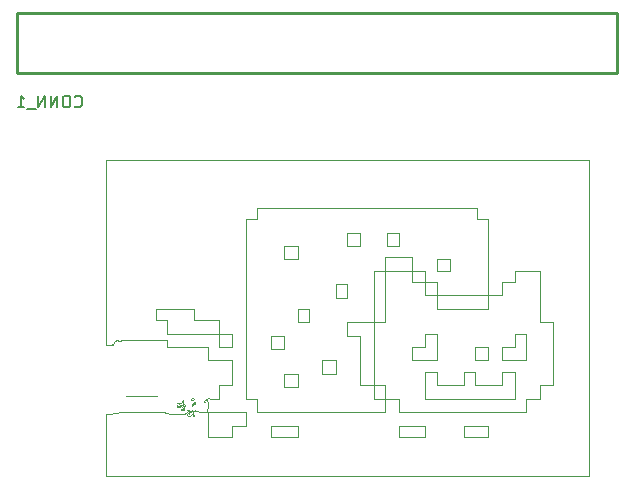
<source format=gbr>
G04 #@! TF.GenerationSoftware,KiCad,Pcbnew,(5.1.2)-2*
G04 #@! TF.CreationDate,2020-02-14T14:24:33-05:00*
G04 #@! TF.ProjectId,rpi-power-supply,7270692d-706f-4776-9572-2d737570706c,rev?*
G04 #@! TF.SameCoordinates,Original*
G04 #@! TF.FileFunction,Legend,Bot*
G04 #@! TF.FilePolarity,Positive*
%FSLAX46Y46*%
G04 Gerber Fmt 4.6, Leading zero omitted, Abs format (unit mm)*
G04 Created by KiCad (PCBNEW (5.1.2)-2) date 2020-02-14 14:24:33*
%MOMM*%
%LPD*%
G04 APERTURE LIST*
%ADD10C,0.052250*%
%ADD11C,0.254000*%
%ADD12C,0.150000*%
G04 APERTURE END LIST*
D10*
X159015000Y-96780000D02*
X158540000Y-96780000D01*
X171460000Y-102670000D02*
X171460000Y-102100000D01*
X154170000Y-101720000D02*
X154170000Y-101150000D01*
X153030000Y-101720000D02*
X153030000Y-102290000D01*
X158540000Y-96780000D02*
X158540000Y-97350000D01*
X174215000Y-100960000D02*
X173740000Y-100960000D01*
X156260000Y-100010000D02*
X156260000Y-99440000D01*
X165000000Y-102670000D02*
X165000000Y-103240000D01*
X165570000Y-102100000D02*
X165000000Y-102100000D01*
X166140000Y-101530000D02*
X166140000Y-102100000D01*
X165000000Y-102100000D02*
X165000000Y-102670000D01*
X170890000Y-102100000D02*
X170320000Y-102100000D01*
X174690000Y-103240000D02*
X174690000Y-102100000D01*
X167090000Y-103240000D02*
X167090000Y-102100000D01*
X154170000Y-101150000D02*
X153600000Y-101150000D01*
X170320000Y-102100000D02*
X170320000Y-102670000D01*
X171460000Y-103240000D02*
X171460000Y-102670000D01*
X166615000Y-100960000D02*
X166140000Y-100960000D01*
X170890000Y-103240000D02*
X171460000Y-103240000D01*
X170320000Y-103240000D02*
X170890000Y-103240000D01*
X153600000Y-101150000D02*
X153030000Y-101150000D01*
X173170000Y-102100000D02*
X172600000Y-102100000D01*
X173645000Y-103240000D02*
X174690000Y-103240000D01*
X173740000Y-100960000D02*
X173740000Y-101530000D01*
X173740000Y-102100000D02*
X173170000Y-102100000D01*
X156260000Y-99440000D02*
X156260000Y-98870000D01*
X165000000Y-103240000D02*
X166045000Y-103240000D01*
X166140000Y-102100000D02*
X165570000Y-102100000D01*
X154170000Y-102290000D02*
X154170000Y-101720000D01*
X155310000Y-100010000D02*
X155785000Y-100010000D01*
X153030000Y-102290000D02*
X153600000Y-102290000D01*
X170320000Y-102670000D02*
X170320000Y-103240000D01*
X167090000Y-100960000D02*
X166615000Y-100960000D01*
X155785000Y-98870000D02*
X155310000Y-98870000D01*
X172600000Y-103240000D02*
X173645000Y-103240000D01*
X174690000Y-102100000D02*
X174690000Y-100960000D01*
X155310000Y-99440000D02*
X155310000Y-100010000D01*
X172600000Y-102670000D02*
X172600000Y-103240000D01*
X174690000Y-100960000D02*
X174215000Y-100960000D01*
X166140000Y-100960000D02*
X166140000Y-101530000D01*
X156260000Y-98870000D02*
X155785000Y-98870000D01*
X153030000Y-101150000D02*
X153030000Y-101720000D01*
X166045000Y-103240000D02*
X167090000Y-103240000D01*
X167090000Y-102100000D02*
X167090000Y-100960000D01*
X155785000Y-100010000D02*
X156260000Y-100010000D01*
X157400000Y-103810000D02*
X157400000Y-104380000D01*
X153600000Y-102290000D02*
X154170000Y-102290000D01*
X171460000Y-102100000D02*
X170890000Y-102100000D01*
X173740000Y-101530000D02*
X173740000Y-102100000D01*
X172600000Y-102100000D02*
X172600000Y-102670000D01*
X155310000Y-98870000D02*
X155310000Y-99440000D01*
X162245000Y-100010000D02*
X162720000Y-100010000D01*
X161770000Y-106470000D02*
X162245000Y-106470000D01*
X160060000Y-101150000D02*
X160630000Y-101150000D01*
X167090000Y-97730000D02*
X167090000Y-98300000D01*
X167090000Y-97730000D02*
X167090000Y-97160000D01*
X162245000Y-105330000D02*
X161770000Y-105330000D01*
X171460000Y-97730000D02*
X169275000Y-97730000D01*
X171460000Y-98300000D02*
X171460000Y-97730000D01*
X161770000Y-102670000D02*
X161770000Y-100010000D01*
X166140000Y-97730000D02*
X166615000Y-97730000D01*
X165570000Y-96590000D02*
X166140000Y-96590000D01*
X165000000Y-96115000D02*
X165000000Y-96590000D01*
X162720000Y-97825000D02*
X162720000Y-95640000D01*
X162720000Y-106470000D02*
X162720000Y-105900000D01*
X162720000Y-94500000D02*
X162720000Y-95070000D01*
X159490000Y-96780000D02*
X159015000Y-96780000D01*
X168230000Y-95640000D02*
X168230000Y-95165000D01*
X166140000Y-96590000D02*
X166140000Y-97160000D01*
X159490000Y-97350000D02*
X159490000Y-96780000D01*
X159490000Y-97920000D02*
X159490000Y-97350000D01*
X159015000Y-97920000D02*
X159490000Y-97920000D01*
X169275000Y-98870000D02*
X171460000Y-98870000D01*
X167660000Y-94690000D02*
X167090000Y-94690000D01*
X161770000Y-105330000D02*
X161770000Y-102670000D01*
X160630000Y-103240000D02*
X160630000Y-105330000D01*
X161200000Y-105330000D02*
X161770000Y-105330000D01*
X167090000Y-95640000D02*
X167660000Y-95640000D01*
X165000000Y-95640000D02*
X165000000Y-96115000D01*
X166140000Y-97160000D02*
X166140000Y-97730000D01*
X162720000Y-105330000D02*
X162245000Y-105330000D01*
X162720000Y-105900000D02*
X162720000Y-105330000D01*
X166140000Y-96115000D02*
X166140000Y-95640000D01*
X165000000Y-94500000D02*
X163860000Y-94500000D01*
X161770000Y-105330000D02*
X161770000Y-105900000D01*
X162720000Y-100010000D02*
X162720000Y-97825000D01*
X160630000Y-105330000D02*
X161200000Y-105330000D01*
X158540000Y-97920000D02*
X159015000Y-97920000D01*
X167090000Y-96590000D02*
X166615000Y-96590000D01*
X168230000Y-94690000D02*
X167660000Y-94690000D01*
X165570000Y-95640000D02*
X165000000Y-95640000D01*
X167090000Y-97160000D02*
X167090000Y-96590000D01*
X161770000Y-100010000D02*
X162245000Y-100010000D01*
X160630000Y-101150000D02*
X160630000Y-103240000D01*
X171460000Y-98870000D02*
X171460000Y-98300000D01*
X167090000Y-98870000D02*
X169275000Y-98870000D01*
X165000000Y-96590000D02*
X165570000Y-96590000D01*
X158540000Y-97350000D02*
X158540000Y-97920000D01*
X167090000Y-94690000D02*
X167090000Y-95165000D01*
X162245000Y-106470000D02*
X162720000Y-106470000D01*
X166615000Y-97730000D02*
X167090000Y-97730000D01*
X166140000Y-95640000D02*
X165570000Y-95640000D01*
X162720000Y-95640000D02*
X163860000Y-95640000D01*
X167660000Y-95640000D02*
X168230000Y-95640000D01*
X161770000Y-105900000D02*
X161770000Y-106470000D01*
X163860000Y-95640000D02*
X165000000Y-95640000D01*
X166615000Y-96590000D02*
X166140000Y-96590000D01*
X168230000Y-95165000D02*
X168230000Y-94690000D01*
X167090000Y-95165000D02*
X167090000Y-95640000D01*
X163860000Y-94500000D02*
X162720000Y-94500000D01*
X165000000Y-95070000D02*
X165000000Y-94500000D01*
X165000000Y-95640000D02*
X165000000Y-95070000D01*
X166140000Y-96590000D02*
X166140000Y-96115000D01*
X169275000Y-97730000D02*
X167090000Y-97730000D01*
X167090000Y-98300000D02*
X167090000Y-98870000D01*
X159490000Y-100580000D02*
X159490000Y-101150000D01*
X160060000Y-92410000D02*
X159490000Y-92410000D01*
X159490000Y-100010000D02*
X159490000Y-100580000D01*
X160630000Y-100010000D02*
X159490000Y-100010000D01*
X161770000Y-100010000D02*
X160630000Y-100010000D01*
X154740000Y-93550000D02*
X154170000Y-93550000D01*
X146480844Y-107009283D02*
G75*
G02X146498255Y-106982364I53716J-15653D01*
G01*
X162910000Y-92980000D02*
X162910000Y-93550000D01*
X160060000Y-93550000D02*
X160630000Y-93550000D01*
X146633333Y-106893322D02*
G75*
G02X146627602Y-106942790I-216373J0D01*
G01*
X145644783Y-106669683D02*
G75*
G02X145670125Y-106660000I25342J-28321D01*
G01*
X146431592Y-106959709D02*
G75*
G02X146473094Y-106899796I364575J-208214D01*
G01*
X146627602Y-106942789D02*
G75*
G02X146610078Y-106976638I-75863J17815D01*
G01*
X146608822Y-106764798D02*
G75*
G02X146629637Y-106783484I810J-20034D01*
G01*
X146475000Y-107050228D02*
G75*
G02X146480844Y-107009283I146350J1D01*
G01*
X145685543Y-106669352D02*
G75*
G02X145689873Y-106692140I-35637J-18576D01*
G01*
X146584164Y-106989766D02*
G75*
G02X146554166Y-106982715I-4456J48379D01*
G01*
X154740000Y-94690000D02*
X155310000Y-94690000D01*
X163385000Y-93550000D02*
X163860000Y-93550000D01*
X146498254Y-106982364D02*
G75*
G02X146524079Y-106973469I24231J-28413D01*
G01*
X145646058Y-106820906D02*
G75*
G02X145658592Y-106769412I85331J6503D01*
G01*
X154170000Y-94690000D02*
X154740000Y-94690000D01*
X146406154Y-107019988D02*
G75*
G02X146431592Y-106959709I263560J-75716D01*
G01*
X154170000Y-94120000D02*
X154170000Y-94690000D01*
X160630000Y-92980000D02*
X160630000Y-92410000D01*
X155310000Y-94690000D02*
X155310000Y-94120000D01*
X163860000Y-92980000D02*
X163860000Y-92410000D01*
X159490000Y-92410000D02*
X159490000Y-92980000D01*
X160630000Y-92410000D02*
X160060000Y-92410000D01*
X146574170Y-106781346D02*
X146473094Y-106899796D01*
X146474999Y-107050227D02*
G75*
G02X146470747Y-107090727I-194994J0D01*
G01*
X145662292Y-106884310D02*
G75*
G02X145646059Y-106820905I171629J77721D01*
G01*
X163860000Y-92410000D02*
X163385000Y-92410000D01*
X145670124Y-106660001D02*
G75*
G02X145685544Y-106669351I1J-17388D01*
G01*
X155310000Y-94120000D02*
X155310000Y-93550000D01*
X161770000Y-97825000D02*
X161770000Y-100010000D01*
X161770000Y-95640000D02*
X161770000Y-97825000D01*
X162910000Y-93550000D02*
X163385000Y-93550000D01*
X162720000Y-95070000D02*
X162720000Y-95640000D01*
X163385000Y-92410000D02*
X162910000Y-92410000D01*
X146399445Y-107071610D02*
G75*
G02X146406154Y-107019988I173550J3691D01*
G01*
X145558267Y-106805331D02*
G75*
G02X145583734Y-106749694I454760J-174508D01*
G01*
X145614130Y-106702692D02*
G75*
G02X145644783Y-106669683I193350J-148815D01*
G01*
X162245000Y-95640000D02*
X161770000Y-95640000D01*
X146524080Y-106973470D02*
G75*
G02X146554166Y-106982715I-2660J-62229D01*
G01*
X154170000Y-93550000D02*
X154170000Y-94120000D01*
X155310000Y-93550000D02*
X154740000Y-93550000D01*
X163860000Y-93550000D02*
X163860000Y-92980000D01*
X146610077Y-106976638D02*
G75*
G02X146584164Y-106989766I-29531J26152D01*
G01*
X146457070Y-107114534D02*
G75*
G02X146437113Y-107119217I-14199J15644D01*
G01*
X145680570Y-106727416D02*
G75*
G02X145658592Y-106769412I-304415J132560D01*
G01*
X160630000Y-93550000D02*
X160630000Y-92980000D01*
X159490000Y-92980000D02*
X159490000Y-93550000D01*
X146470748Y-107090727D02*
G75*
G02X146457070Y-107114533I-43710J9281D01*
G01*
X145689873Y-106692140D02*
G75*
G02X145680570Y-106727416I-119152J12559D01*
G01*
X162720000Y-95640000D02*
X162245000Y-95640000D01*
X162910000Y-92410000D02*
X162910000Y-92980000D01*
X146413962Y-107105629D02*
G75*
G02X146399445Y-107071610I35074J35073D01*
G01*
X146437114Y-107119217D02*
G75*
G02X146413962Y-107105630I14518J51258D01*
G01*
X159490000Y-93550000D02*
X160060000Y-93550000D01*
X146633333Y-106893322D02*
X146629637Y-106783484D01*
X145583734Y-106749695D02*
G75*
G02X145614130Y-106702692I301404J-161583D01*
G01*
X146574170Y-106781346D02*
G75*
G02X146608822Y-106764797I36619J-32124D01*
G01*
X159490000Y-101150000D02*
X160060000Y-101150000D01*
X145704172Y-106949793D02*
G75*
G02X145662292Y-106884310I205192J177368D01*
G01*
X145776061Y-107148682D02*
G75*
G02X145821755Y-107135000I45694J-69463D01*
G01*
X145766143Y-107006913D02*
G75*
G02X145704173Y-106949793I219974J300832D01*
G01*
X145762500Y-107325001D02*
G75*
G02X145779781Y-107402070I-434470J-137895D01*
G01*
X145680597Y-107506123D02*
G75*
G02X145660398Y-107482352I20333J37745D01*
G01*
X145659126Y-107446375D02*
G75*
G02X145677477Y-107403856I153624J-41084D01*
G01*
X145457524Y-107401687D02*
G75*
G02X145442288Y-107392409I-3825J10868D01*
G01*
X145698031Y-107357725D02*
G75*
G02X145677477Y-107403856I-180842J52933D01*
G01*
X145442287Y-107392410D02*
G75*
G02X145449912Y-107367027I31463J4386D01*
G01*
X145511594Y-107068582D02*
G75*
G02X145568734Y-107020799I227710J-214246D01*
G01*
X145249281Y-107271653D02*
G75*
G02X145174092Y-107220838I9734J95438D01*
G01*
X146342286Y-106549167D02*
G75*
G02X146367621Y-106518880I117819J-72817D01*
G01*
X146403100Y-106493256D02*
G75*
G02X146442787Y-106475849I101260J-176924D01*
G01*
X145520856Y-106863959D02*
G75*
G02X145465093Y-106899627I-103318J100100D01*
G01*
X145558268Y-106805331D02*
G75*
G02X145520856Y-106863958I-162146J62220D01*
G01*
X145146455Y-107105644D02*
G75*
G02X145151867Y-107063093I189078J-2431D01*
G01*
X145649175Y-107333720D02*
G75*
G02X145687320Y-107335643I16288J-56207D01*
G01*
X145299999Y-106895795D02*
X145173474Y-106862177D01*
X145766143Y-107006913D02*
G75*
G02X145828402Y-107057920I-431938J-590711D01*
G01*
X145457524Y-107401686D02*
X145569660Y-107360445D01*
X145229579Y-107121393D02*
X145192320Y-107067874D01*
X145828402Y-107057920D02*
G75*
G02X145857348Y-107098509I-80797J-88236D01*
G01*
X145568734Y-107020799D02*
G75*
G02X145618353Y-106999493I86321J-132606D01*
G01*
X145161754Y-106880329D02*
X145265748Y-106946303D01*
X145744161Y-107243883D02*
G75*
G02X145749068Y-107184514I135301J18703D01*
G01*
X145857348Y-107098509D02*
G75*
G02X145851904Y-107123455I-20029J-8696D01*
G01*
X145851903Y-107123454D02*
G75*
G02X145821755Y-107135000I-30148J33589D01*
G01*
X145383141Y-107105019D02*
G75*
G02X145372623Y-107150982I-72659J-7558D01*
G01*
X145749068Y-107184514D02*
G75*
G02X145776061Y-107148682I63615J-19840D01*
G01*
X145753890Y-107500352D02*
G75*
G02X145715795Y-107515000I-38095J42213D01*
G01*
X145554283Y-107250129D02*
X145449912Y-107367027D01*
X145268677Y-107171240D02*
G75*
G02X145229579Y-107121393I227983J219078D01*
G01*
X145174092Y-107220838D02*
G75*
G02X145146454Y-107105644I213333J112096D01*
G01*
X145366544Y-107049895D02*
G75*
G02X145383140Y-107105019I-135962J-70993D01*
G01*
X145465093Y-106899627D02*
G75*
G02X145390957Y-106910285I-64173J183209D01*
G01*
X146367621Y-106518880D02*
G75*
G02X146403100Y-106493256I138543J-154452D01*
G01*
X145762500Y-107325000D02*
G75*
G02X145744160Y-107243883I466927J148196D01*
G01*
X145779781Y-107402070D02*
G75*
G02X145776541Y-107462465I-160837J-21656D01*
G01*
X145776541Y-107462465D02*
G75*
G02X145753891Y-107500352I-73046J17956D01*
G01*
X145618353Y-106999492D02*
G75*
G02X145652478Y-107009145I8429J-35349D01*
G01*
X145455771Y-107137194D02*
G75*
G02X145511594Y-107068581I503798J-352875D01*
G01*
X146480606Y-106470000D02*
G75*
G02X146514739Y-106476006I0J-99996D01*
G01*
X145353303Y-107242859D02*
G75*
G02X145249280Y-107271653I-88945J119031D01*
G01*
X145161755Y-106880331D02*
G75*
G02X145159143Y-106867572I4917J7654D01*
G01*
X145569660Y-107360445D02*
X145649174Y-107333720D01*
X145687320Y-107335642D02*
G75*
G02X145698032Y-107357726I-6825J-16951D01*
G01*
X145306055Y-107191885D02*
G75*
G02X145268677Y-107171240I14603J70595D01*
G01*
X145649594Y-107105895D02*
G75*
G02X145611393Y-107177345I-361170J147166D01*
G01*
X145167889Y-107052785D02*
G75*
G02X145192320Y-107067874I-7468J-39416D01*
G01*
X145340906Y-107184650D02*
G75*
G02X145306055Y-107191885I-25779J36624D01*
G01*
X146514740Y-106476007D02*
G75*
G02X146543740Y-106493256I-30778J-84749D01*
G01*
X145265747Y-106946302D02*
G75*
G02X145325545Y-106993979I-179134J-286017D01*
G01*
X145611393Y-107177345D02*
G75*
G02X145554283Y-107250129I-545702J369384D01*
G01*
X145151866Y-107063093D02*
G75*
G02X145167889Y-107052785I13446J-3293D01*
G01*
X145390957Y-106910285D02*
G75*
G02X145299999Y-106895795I22209J432159D01*
G01*
X145715795Y-107515001D02*
G75*
G02X145680596Y-107506123I0J74216D01*
G01*
X145159144Y-106867572D02*
G75*
G02X145173474Y-106862177I10985J-7449D01*
G01*
X145652478Y-107009145D02*
G75*
G02X145665168Y-107045961I-31428J-31429D01*
G01*
X145665168Y-107045962D02*
G75*
G02X145649594Y-107105896I-232274J28366D01*
G01*
X145660398Y-107482352D02*
G75*
G02X145659126Y-107446375I58211J20069D01*
G01*
X145455770Y-107137195D02*
G75*
G02X145353303Y-107242859I-380656J266623D01*
G01*
X145372623Y-107150982D02*
G75*
G02X145340907Y-107184651I-98080J60617D01*
G01*
X145325545Y-106993980D02*
G75*
G02X145366544Y-107049895I-162662J-162258D01*
G01*
X146442786Y-106475848D02*
G75*
G02X146480606Y-106470000I37820J-119363D01*
G01*
X169370000Y-109700000D02*
X169370000Y-109225000D01*
X165000000Y-109700000D02*
X163860000Y-109700000D01*
X153030000Y-109700000D02*
X153030000Y-109225000D01*
X142105000Y-106226083D02*
X141270375Y-106227864D01*
X146348362Y-106605078D02*
G75*
G02X146335234Y-106579165I26152J29531D01*
G01*
X166140000Y-108750000D02*
X166140000Y-109225000D01*
X143406945Y-106234861D02*
X142939624Y-106227864D01*
X142738972Y-106265282D02*
X143268750Y-106255966D01*
X171460000Y-109700000D02*
X170415000Y-109700000D01*
X141471027Y-106265282D02*
X142105000Y-106268292D01*
X169370000Y-108750000D02*
X170415000Y-108750000D01*
X150940000Y-107610000D02*
X150940000Y-108180000D01*
X163860000Y-109225000D02*
X163860000Y-108750000D01*
X155310000Y-109225000D02*
X155310000Y-109700000D01*
X146570000Y-106549167D02*
G75*
G02X146559403Y-106579372I-48347J0D01*
G01*
X140941250Y-106255966D02*
G75*
G02X140802517Y-106245113I34102J1328053D01*
G01*
X155310000Y-109700000D02*
X154170000Y-109700000D01*
X143407483Y-106245113D02*
G75*
G02X143268750Y-106255966I-172836J1317200D01*
G01*
X154170000Y-109700000D02*
X153030000Y-109700000D01*
X171460000Y-109225000D02*
X171460000Y-109700000D01*
X149800000Y-108750000D02*
X149800000Y-109225000D01*
X146570000Y-98870000D02*
X146570000Y-99345000D01*
X144955000Y-98870000D02*
X146570000Y-98870000D01*
X153030000Y-108750000D02*
X154170000Y-108750000D01*
X143340000Y-98870000D02*
X144955000Y-98870000D01*
X155310000Y-108750000D02*
X155310000Y-109225000D01*
X143406946Y-106234861D02*
G75*
G02X143407482Y-106245113I-133J-5147D01*
G01*
X140941250Y-106255966D02*
X141471027Y-106265282D01*
X169370000Y-109225000D02*
X169370000Y-108750000D01*
X165000000Y-108750000D02*
X166140000Y-108750000D01*
X163860000Y-108750000D02*
X165000000Y-108750000D01*
X166140000Y-109225000D02*
X166140000Y-109700000D01*
X143815000Y-99820000D02*
X143340000Y-99820000D01*
X150940000Y-108180000D02*
X150940000Y-108750000D01*
X150940000Y-108750000D02*
X150370000Y-108750000D01*
X154170000Y-108750000D02*
X155310000Y-108750000D01*
X146559403Y-106579372D02*
G75*
G02X146529368Y-106605079I-82553J66054D01*
G01*
X146529368Y-106605078D02*
G75*
G02X146484591Y-106622465I-80121J139988D01*
G01*
X146335234Y-106579165D02*
G75*
G02X146342285Y-106549167I48379J4456D01*
G01*
X170415000Y-109700000D02*
X169370000Y-109700000D01*
X149800000Y-109700000D02*
X148755000Y-109700000D01*
X143340000Y-99820000D02*
X143340000Y-99345000D01*
X153030000Y-109225000D02*
X153030000Y-108750000D01*
X140802516Y-106245113D02*
G75*
G02X140803054Y-106234861I670J5105D01*
G01*
X142105000Y-106268292D02*
X142738972Y-106265282D01*
X163860000Y-109700000D02*
X163860000Y-109225000D01*
X147710000Y-109700000D02*
X147710000Y-108655000D01*
X149325000Y-107610000D02*
X150940000Y-107610000D01*
X147710000Y-108655000D02*
X147710000Y-107610000D01*
X142939624Y-106227864D02*
X142105000Y-106226083D01*
X170415000Y-108750000D02*
X171460000Y-108750000D01*
X166140000Y-109700000D02*
X165000000Y-109700000D01*
X150370000Y-108750000D02*
X149800000Y-108750000D01*
X149800000Y-109225000D02*
X149800000Y-109700000D01*
X171460000Y-108750000D02*
X171460000Y-109225000D01*
X147710000Y-107610000D02*
X149325000Y-107610000D01*
X148755000Y-109700000D02*
X147710000Y-109700000D01*
X143340000Y-99345000D02*
X143340000Y-98870000D01*
X146543740Y-106493256D02*
G75*
G02X146563139Y-106518967I-53842J-60797D01*
G01*
X146563140Y-106518967D02*
G75*
G02X146570000Y-106549167I-63043J-30200D01*
G01*
X146484590Y-106622465D02*
G75*
G02X146431678Y-106628334I-52912J235601D01*
G01*
X146431678Y-106628334D02*
G75*
G02X146382210Y-106622603I0J216373D01*
G01*
X146382211Y-106622603D02*
G75*
G02X146348362Y-106605079I17815J75863D01*
G01*
X141270375Y-106227864D02*
X140803054Y-106234861D01*
X151890000Y-107040000D02*
X151890000Y-106470000D01*
X148660000Y-101530000D02*
X148660000Y-100960000D01*
X149230000Y-102100000D02*
X148660000Y-102100000D01*
X149800000Y-102100000D02*
X149230000Y-102100000D01*
X162720000Y-107610000D02*
X157305000Y-107610000D01*
X175830000Y-97825000D02*
X175830000Y-100010000D01*
X146570000Y-99345000D02*
X146570000Y-99820000D01*
X173170000Y-96590000D02*
X173740000Y-96590000D01*
X162720000Y-106470000D02*
X162720000Y-107040000D01*
X172600000Y-97160000D02*
X172600000Y-96590000D01*
X157305000Y-107610000D02*
X151890000Y-107610000D01*
X149800000Y-101530000D02*
X149800000Y-102100000D01*
X173740000Y-95640000D02*
X174785000Y-95640000D01*
X169275000Y-107610000D02*
X163860000Y-107610000D01*
X174785000Y-95640000D02*
X175830000Y-95640000D01*
X149800000Y-100960000D02*
X149800000Y-101530000D01*
X150940000Y-91270000D02*
X151415000Y-91270000D01*
X149230000Y-100960000D02*
X149800000Y-100960000D01*
X148660000Y-100960000D02*
X149230000Y-100960000D01*
X170510000Y-90320000D02*
X170510000Y-90795000D01*
X173740000Y-96115000D02*
X173740000Y-95640000D01*
X146570000Y-99820000D02*
X147615000Y-99820000D01*
X151415000Y-91270000D02*
X151890000Y-91270000D01*
X174690000Y-106470000D02*
X174690000Y-107040000D01*
X162720000Y-107040000D02*
X162720000Y-107610000D01*
X175830000Y-100010000D02*
X176400000Y-100010000D01*
X172600000Y-97730000D02*
X172600000Y-97160000D01*
X175830000Y-105330000D02*
X175830000Y-105900000D01*
X172600000Y-96590000D02*
X173170000Y-96590000D01*
X174690000Y-107040000D02*
X174690000Y-107610000D01*
X175830000Y-105900000D02*
X175830000Y-106470000D01*
X176970000Y-100010000D02*
X176970000Y-102670000D01*
X176970000Y-105330000D02*
X176400000Y-105330000D01*
X176400000Y-105330000D02*
X175830000Y-105330000D01*
X150940000Y-98870000D02*
X150940000Y-91270000D01*
X148660000Y-99820000D02*
X148660000Y-100390000D01*
X163290000Y-106470000D02*
X162720000Y-106470000D01*
X150940000Y-106470000D02*
X150940000Y-98870000D01*
X151890000Y-107610000D02*
X151890000Y-107040000D01*
X163860000Y-106470000D02*
X163290000Y-106470000D01*
X163860000Y-107610000D02*
X163860000Y-107040000D01*
X174690000Y-107610000D02*
X169275000Y-107610000D01*
X176970000Y-102670000D02*
X176970000Y-105330000D01*
X176400000Y-100010000D02*
X176970000Y-100010000D01*
X175260000Y-106470000D02*
X174690000Y-106470000D01*
X172030000Y-97730000D02*
X172600000Y-97730000D01*
X148660000Y-100390000D02*
X148660000Y-100960000D01*
X151415000Y-106470000D02*
X150940000Y-106470000D01*
X144290000Y-100390000D02*
X144290000Y-99820000D01*
X163860000Y-107040000D02*
X163860000Y-106470000D01*
X175830000Y-95640000D02*
X175830000Y-97825000D01*
X148660000Y-102100000D02*
X148660000Y-101530000D01*
X147615000Y-99820000D02*
X148660000Y-99820000D01*
X151890000Y-106470000D02*
X151415000Y-106470000D01*
X175830000Y-106470000D02*
X175260000Y-106470000D01*
X151890000Y-90320000D02*
X161200000Y-90320000D01*
X161200000Y-90320000D02*
X170510000Y-90320000D01*
X144290000Y-99820000D02*
X143815000Y-99820000D01*
X151890000Y-90795000D02*
X151890000Y-90320000D01*
X173740000Y-96590000D02*
X173740000Y-96115000D01*
X144290000Y-100960000D02*
X144290000Y-100390000D01*
X146475000Y-100960000D02*
X144290000Y-100960000D01*
X148660000Y-100960000D02*
X146475000Y-100960000D01*
X151890000Y-91270000D02*
X151890000Y-90795000D01*
X146430245Y-107479979D02*
G75*
G02X146438859Y-107479212I4588J-2775D01*
G01*
X146035392Y-107760188D02*
G75*
G02X146077976Y-107753756I34241J-82518D01*
G01*
X146033725Y-107447870D02*
G75*
G02X146083420Y-107464790I-60849J-260144D01*
G01*
X146126489Y-107664370D02*
G75*
G02X146135411Y-107633869I29514J7922D01*
G01*
X140418750Y-107634740D02*
X139866774Y-107660942D01*
X146022925Y-107469642D02*
G75*
G02X146020548Y-107454194I10132J9466D01*
G01*
X146158586Y-107501373D02*
X146083420Y-107464790D01*
X146378018Y-107546296D02*
G75*
G02X146325031Y-107557384I-48430J99287D01*
G01*
X146366826Y-107613078D02*
G75*
G02X146307258Y-107629808I-79094J167196D01*
G01*
X146171802Y-107620258D02*
G75*
G02X146241860Y-107627397I-10682J-452172D01*
G01*
X146438859Y-107479211D02*
G75*
G02X146442688Y-107492616I-12205J-10736D01*
G01*
X146022758Y-107618145D02*
G75*
G02X145987543Y-107672510I-247023J121420D01*
G01*
X146325031Y-107557385D02*
G75*
G02X146252090Y-107542769I9846J238457D01*
G01*
X146135410Y-107633869D02*
G75*
G02X146171802Y-107620258I35160J-38550D01*
G01*
X142105000Y-107610000D02*
X141128680Y-107615763D01*
X143791250Y-107634740D02*
X143081319Y-107615763D01*
X144479624Y-107801803D02*
G75*
G02X144385000Y-107705000I2203J96802D01*
G01*
X145972891Y-107828616D02*
G75*
G02X145998437Y-107786546I128835J-49439D01*
G01*
X171460000Y-91270000D02*
X171460000Y-94500000D01*
X146307258Y-107629809D02*
G75*
G02X146241860Y-107627397I-24303J228920D01*
G01*
X159537500Y-86235000D02*
X139065000Y-86235000D01*
X139801150Y-107741777D02*
G75*
G02X139713375Y-107772094I-216517J484648D01*
G01*
X145998437Y-107786546D02*
G75*
G02X146035391Y-107760188I75734J-67096D01*
G01*
X159537500Y-113025000D02*
X180010000Y-113025000D01*
X139065000Y-110412500D02*
X139065000Y-113025000D01*
X139825000Y-107705001D02*
G75*
G02X139866774Y-107660942I44121J0D01*
G01*
X146041582Y-107560327D02*
G75*
G02X146022758Y-107618144I-211495J36887D01*
G01*
X143081319Y-107615763D02*
X142105000Y-107610000D01*
X146430244Y-107479978D02*
X146412711Y-107511866D01*
X170985000Y-91270000D02*
X171460000Y-91270000D01*
X146020549Y-107454194D02*
G75*
G02X146033725Y-107447870I10520J-5031D01*
G01*
X170510000Y-91270000D02*
X170985000Y-91270000D01*
X139065000Y-86235000D02*
X139065000Y-94072500D01*
X180010000Y-86235000D02*
X159537500Y-86235000D01*
X139065000Y-113025000D02*
X159537500Y-113025000D01*
X139445000Y-107800000D02*
X139065000Y-107800000D01*
X146434269Y-107536375D02*
G75*
G02X146411430Y-107580270I-92439J20208D01*
G01*
X146172697Y-107758897D02*
G75*
G02X146172436Y-107780732I-21968J-10657D01*
G01*
X146252090Y-107542768D02*
G75*
G02X146158586Y-107501373I283821J767398D01*
G01*
X145987543Y-107672510D02*
G75*
G02X145793357Y-107772384I-214216J177784D01*
G01*
X145138622Y-107802617D02*
X144479625Y-107801803D01*
X146022925Y-107469642D02*
G75*
G02X146041832Y-107508064I-53959J-50415D01*
G01*
X146412711Y-107511867D02*
G75*
G02X146378018Y-107546297I-67972J33797D01*
G01*
X139590630Y-107793123D02*
G75*
G02X139445000Y-107800000I-145631J1538520D01*
G01*
X139065000Y-107800000D02*
X139065000Y-110412500D01*
X139825000Y-107705000D02*
G75*
G02X139801149Y-107741778I-40281J0D01*
G01*
X144343224Y-107660941D02*
G75*
G02X144385000Y-107705000I-2346J-44060D01*
G01*
X145793357Y-107772384D02*
X145138622Y-107802617D01*
X146156816Y-107786539D02*
G75*
G02X146119632Y-107767724I91640J227256D01*
G01*
X146147645Y-107713325D02*
G75*
G02X146126489Y-107664370I156266J96578D01*
G01*
X146041831Y-107508064D02*
G75*
G02X146041582Y-107560327I-154298J-25395D01*
G01*
X146077975Y-107753756D02*
G75*
G02X146119632Y-107767724I-8996J-95928D01*
G01*
X146172435Y-107780731D02*
G75*
G02X146156816Y-107786539I-10994J5661D01*
G01*
X171460000Y-97730000D02*
X172030000Y-97730000D01*
X171460000Y-94500000D02*
X171460000Y-97730000D01*
X144343225Y-107660942D02*
X143791250Y-107634740D01*
X170510000Y-90795000D02*
X170510000Y-91270000D01*
X141128680Y-107615763D02*
X140418750Y-107634740D01*
X180010000Y-99630000D02*
X180010000Y-86235000D01*
X146434269Y-107536375D02*
X146442688Y-107492616D01*
X146147644Y-107713325D02*
G75*
G02X146172696Y-107758897I-434287J-268405D01*
G01*
X180010000Y-113025000D02*
X180010000Y-99630000D01*
X139713374Y-107772094D02*
G75*
G02X139590629Y-107793123I-200740J802960D01*
G01*
X146411430Y-107580270D02*
G75*
G02X146366826Y-107613077I-106548J98134D01*
G01*
X148660000Y-106470000D02*
X148149132Y-106470000D01*
X146410938Y-107838037D02*
G75*
G02X146450672Y-107858769I-15438J-78027D01*
G01*
X146342503Y-107878812D02*
G75*
G02X146247728Y-107951566I-143293J88559D01*
G01*
X146374709Y-107845329D02*
G75*
G02X146410938Y-107838036I26886J-39932D01*
G01*
X149230000Y-105330000D02*
X148660000Y-105330000D01*
X139065000Y-101910000D02*
X139445000Y-101910000D01*
X146450673Y-107858768D02*
G75*
G02X146493098Y-107908608I-229514J-238348D01*
G01*
X146535608Y-107965866D02*
X146493098Y-107908608D01*
X149800000Y-104285000D02*
X149800000Y-105330000D01*
X147707052Y-106723795D02*
X147691777Y-107047531D01*
X148660000Y-105330000D02*
X148660000Y-105900000D01*
X146550410Y-107964997D02*
G75*
G02X146535608Y-107965866I-7706J4766D01*
G01*
X146554449Y-107939971D02*
G75*
G02X146550410Y-107964997I-32125J-7655D01*
G01*
X147710000Y-102100000D02*
X147710000Y-102670000D01*
X146530891Y-107847501D02*
G75*
G02X146517884Y-107764291I370538J100542D01*
G01*
X146615285Y-107450398D02*
X146570714Y-107515000D01*
X147507882Y-106636250D02*
X147423656Y-106744350D01*
X146615285Y-107450398D02*
G75*
G02X146641383Y-107433803I34652J-25676D01*
G01*
X146778853Y-107585032D02*
G75*
G02X146694183Y-107551388I44883J236324D01*
G01*
X146694182Y-107551388D02*
G75*
G02X146663545Y-107496215I35766J55954D01*
G01*
X147691530Y-106628000D02*
G75*
G02X147707052Y-106723795I-230803J-86551D01*
G01*
X146641384Y-107433802D02*
G75*
G02X146658247Y-107445052I2835J-14014D01*
G01*
X147691777Y-107047531D02*
X147662500Y-107562500D01*
X144290000Y-101815000D02*
X144290000Y-102100000D01*
X149800000Y-105330000D02*
X149230000Y-105330000D01*
X139445000Y-101910000D02*
X139649329Y-101902893D01*
X146658247Y-107445052D02*
G75*
G02X146663545Y-107496215I-276397J-54476D01*
G01*
X147425084Y-106755064D02*
G75*
G02X147423656Y-106744350I4581J6063D01*
G01*
X140127812Y-101555772D02*
X140618813Y-101533663D01*
X144290000Y-102100000D02*
X146000000Y-102100000D01*
X140618813Y-101533663D02*
X142057500Y-101530000D01*
X139806400Y-101817051D02*
G75*
G02X139753750Y-101874375I-101508J40391D01*
G01*
X139825000Y-101720000D02*
G75*
G02X139900031Y-101609465I118935J0D01*
G01*
X139900031Y-101609465D02*
G75*
G02X140127812Y-101555772I295713J-744497D01*
G01*
X147507882Y-106636250D02*
G75*
G02X147597962Y-106558675I241648J-189515D01*
G01*
X146521322Y-107671454D02*
G75*
G02X146539455Y-107583409I532482J-63773D01*
G01*
X149800000Y-103240000D02*
X149800000Y-104285000D01*
X147163750Y-107591215D02*
X146927433Y-107598627D01*
X147597962Y-106558676D02*
G75*
G02X147724180Y-106507541I256795J-452516D01*
G01*
X148660000Y-105900000D02*
X148660000Y-106470000D01*
X148755000Y-103240000D02*
X149800000Y-103240000D01*
X146000000Y-102100000D02*
X147710000Y-102100000D01*
X139825000Y-101720000D02*
G75*
G02X139806400Y-101817051I-262503J0D01*
G01*
X139753750Y-101874376D02*
G75*
G02X139649329Y-101902893I-123631J247261D01*
G01*
X147710000Y-102670000D02*
X147710000Y-103240000D01*
X144290000Y-101530000D02*
X144290000Y-101815000D01*
X146927433Y-107598627D02*
G75*
G02X146778853Y-107585032I-4026J774720D01*
G01*
X147724180Y-106507541D02*
G75*
G02X147900476Y-106478736I244732J-943962D01*
G01*
X146530891Y-107847500D02*
X146554448Y-107939971D01*
X147710000Y-103240000D02*
X148755000Y-103240000D01*
X139065000Y-94072500D02*
X139065000Y-101910000D01*
X146539456Y-107583408D02*
G75*
G02X146570714Y-107515000I255589J-75443D01*
G01*
X147662500Y-107562500D02*
X147163750Y-107591215D01*
X148149132Y-106470000D02*
X147900476Y-106478736D01*
X142057500Y-101530000D02*
X144290000Y-101530000D01*
X147549276Y-106667531D02*
G75*
G02X147646133Y-106609036I285656J-363557D01*
G01*
X147646133Y-106609036D02*
G75*
G02X147691531Y-106628000I13786J-30818D01*
G01*
X146342504Y-107878813D02*
G75*
G02X146374708Y-107845328I93766J-57950D01*
G01*
X147437317Y-106754984D02*
X147549277Y-106667531D01*
X146517885Y-107764291D02*
G75*
G02X146521323Y-107671454I565301J25545D01*
G01*
X145994119Y-107913602D02*
G75*
G02X145972892Y-107828616I50034J57641D01*
G01*
X146103174Y-107962951D02*
G75*
G02X145994118Y-107913603I28172J207439D01*
G01*
X146247728Y-107951567D02*
G75*
G02X146103174Y-107962950I-98521J327569D01*
G01*
X147437317Y-106754983D02*
G75*
G02X147425084Y-106755064I-6169J7944D01*
G01*
X173170000Y-104190000D02*
X172600000Y-104190000D01*
X155310000Y-105520000D02*
X155310000Y-104950000D01*
X167090000Y-104190000D02*
X166615000Y-104190000D01*
X167090000Y-105330000D02*
X167090000Y-104760000D01*
X169370000Y-104190000D02*
X169370000Y-104760000D01*
X154170000Y-104950000D02*
X154170000Y-105520000D01*
X172600000Y-104190000D02*
X172600000Y-104760000D01*
X154170000Y-105520000D02*
X154740000Y-105520000D01*
X158540000Y-104380000D02*
X158540000Y-103810000D01*
X170320000Y-105330000D02*
X170320000Y-104760000D01*
X157400000Y-103240000D02*
X157400000Y-103810000D01*
X166140000Y-104190000D02*
X166140000Y-105330000D01*
X172600000Y-105330000D02*
X171460000Y-105330000D01*
X157970000Y-103240000D02*
X157400000Y-103240000D01*
X173740000Y-104190000D02*
X173170000Y-104190000D01*
X155310000Y-104950000D02*
X155310000Y-104380000D01*
X168230000Y-105330000D02*
X167090000Y-105330000D01*
X173740000Y-106470000D02*
X173740000Y-105330000D01*
X167090000Y-104760000D02*
X167090000Y-104190000D01*
X158540000Y-103810000D02*
X158540000Y-103240000D01*
X154740000Y-104380000D02*
X154170000Y-104380000D01*
X154170000Y-104380000D02*
X154170000Y-104950000D01*
X170320000Y-104190000D02*
X169845000Y-104190000D01*
X155310000Y-104380000D02*
X154740000Y-104380000D01*
X169845000Y-104190000D02*
X169370000Y-104190000D01*
X169370000Y-105330000D02*
X168230000Y-105330000D01*
X171460000Y-105330000D02*
X170320000Y-105330000D01*
X166140000Y-106470000D02*
X169940000Y-106470000D01*
X173740000Y-105330000D02*
X173740000Y-104190000D01*
X172600000Y-104760000D02*
X172600000Y-105330000D01*
X166140000Y-105330000D02*
X166140000Y-106470000D01*
X169940000Y-106470000D02*
X173740000Y-106470000D01*
X157400000Y-104380000D02*
X157970000Y-104380000D01*
X170320000Y-104760000D02*
X170320000Y-104190000D01*
X158540000Y-103240000D02*
X157970000Y-103240000D01*
X154740000Y-105520000D02*
X155310000Y-105520000D01*
X157970000Y-104380000D02*
X158540000Y-104380000D01*
X166615000Y-104190000D02*
X166140000Y-104190000D01*
X169370000Y-104760000D02*
X169370000Y-105330000D01*
D11*
X182320000Y-73790000D02*
X182320000Y-78870000D01*
X182320000Y-78870000D02*
X131520000Y-78870000D01*
X131520000Y-78870000D02*
X131520000Y-73790000D01*
X131520000Y-73790000D02*
X182320000Y-73790000D01*
D12*
X136459047Y-81717142D02*
X136506666Y-81764761D01*
X136649523Y-81812380D01*
X136744761Y-81812380D01*
X136887619Y-81764761D01*
X136982857Y-81669523D01*
X137030476Y-81574285D01*
X137078095Y-81383809D01*
X137078095Y-81240952D01*
X137030476Y-81050476D01*
X136982857Y-80955238D01*
X136887619Y-80860000D01*
X136744761Y-80812380D01*
X136649523Y-80812380D01*
X136506666Y-80860000D01*
X136459047Y-80907619D01*
X135840000Y-80812380D02*
X135649523Y-80812380D01*
X135554285Y-80860000D01*
X135459047Y-80955238D01*
X135411428Y-81145714D01*
X135411428Y-81479047D01*
X135459047Y-81669523D01*
X135554285Y-81764761D01*
X135649523Y-81812380D01*
X135840000Y-81812380D01*
X135935238Y-81764761D01*
X136030476Y-81669523D01*
X136078095Y-81479047D01*
X136078095Y-81145714D01*
X136030476Y-80955238D01*
X135935238Y-80860000D01*
X135840000Y-80812380D01*
X134982857Y-81812380D02*
X134982857Y-80812380D01*
X134411428Y-81812380D01*
X134411428Y-80812380D01*
X133935238Y-81812380D02*
X133935238Y-80812380D01*
X133363809Y-81812380D01*
X133363809Y-80812380D01*
X133125714Y-81907619D02*
X132363809Y-81907619D01*
X131601904Y-81812380D02*
X132173333Y-81812380D01*
X131887619Y-81812380D02*
X131887619Y-80812380D01*
X131982857Y-80955238D01*
X132078095Y-81050476D01*
X132173333Y-81098095D01*
M02*

</source>
